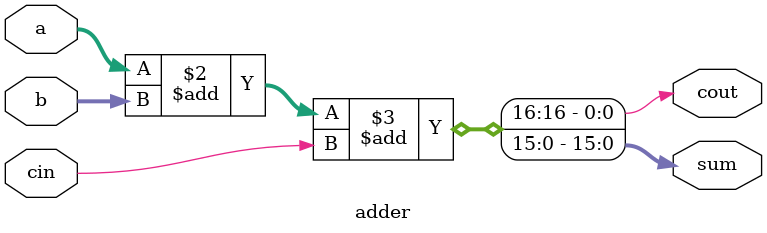
<source format=sv>
`ifndef ADDER
`define ADDER

`timescale 1ns/100ps

module adder
    #(parameter n = 16)(
        input [n-1:0] a,
        input [n-1:0] b,
        input cin,
        output reg [n-1:0] sum,
        output reg cout
    //
    // ---------------- PORT DEFINITIONS ----------------
    //

);

    always_comb 
        {cout, sum} = a + b + cin;
    

    //
    // ---------------- MODULE DESIGN IMPLEMENTATION ----------------
    //

endmodule

`endif // ADDER

</source>
